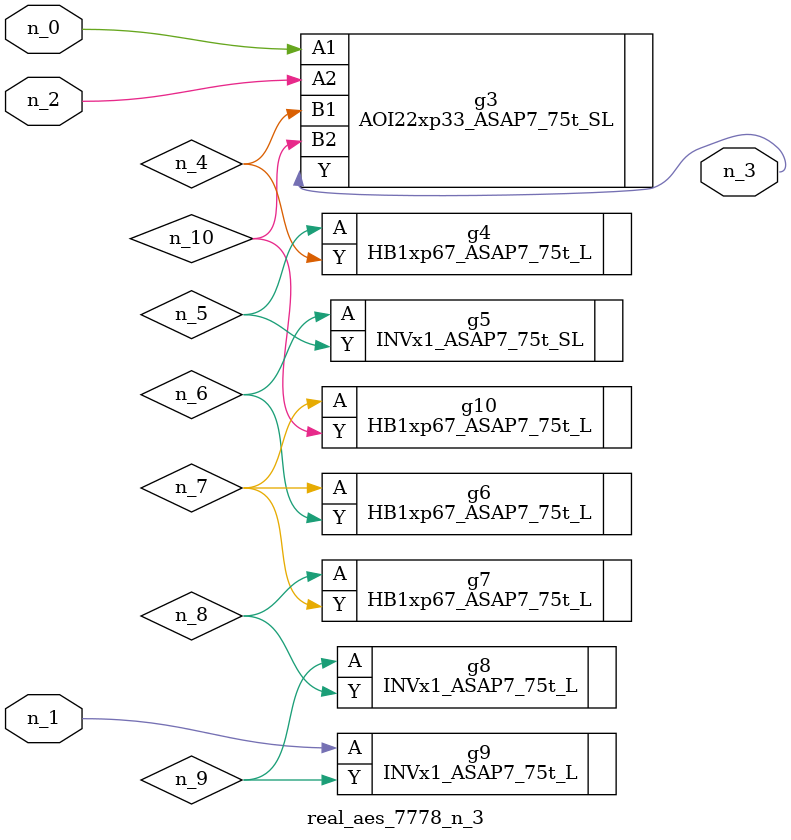
<source format=v>
module real_aes_7778_n_3 (n_0, n_2, n_1, n_3);
input n_0;
input n_2;
input n_1;
output n_3;
wire n_4;
wire n_5;
wire n_7;
wire n_8;
wire n_6;
wire n_9;
wire n_10;
AOI22xp33_ASAP7_75t_SL g3 ( .A1(n_0), .A2(n_2), .B1(n_4), .B2(n_10), .Y(n_3) );
INVx1_ASAP7_75t_L g9 ( .A(n_1), .Y(n_9) );
HB1xp67_ASAP7_75t_L g4 ( .A(n_5), .Y(n_4) );
INVx1_ASAP7_75t_SL g5 ( .A(n_6), .Y(n_5) );
HB1xp67_ASAP7_75t_L g6 ( .A(n_7), .Y(n_6) );
HB1xp67_ASAP7_75t_L g10 ( .A(n_7), .Y(n_10) );
HB1xp67_ASAP7_75t_L g7 ( .A(n_8), .Y(n_7) );
INVx1_ASAP7_75t_L g8 ( .A(n_9), .Y(n_8) );
endmodule
</source>
